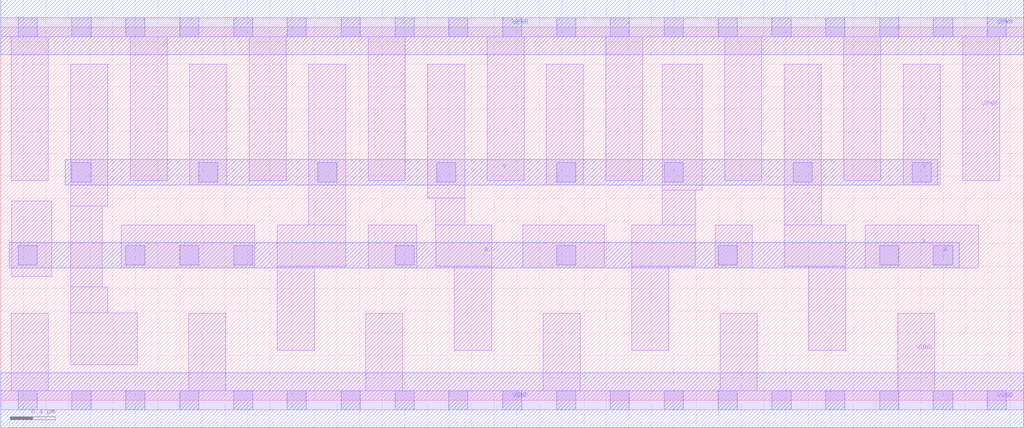
<source format=lef>
# Copyright 2020 The SkyWater PDK Authors
#
# Licensed under the Apache License, Version 2.0 (the "License");
# you may not use this file except in compliance with the License.
# You may obtain a copy of the License at
#
#     https://www.apache.org/licenses/LICENSE-2.0
#
# Unless required by applicable law or agreed to in writing, software
# distributed under the License is distributed on an "AS IS" BASIS,
# WITHOUT WARRANTIES OR CONDITIONS OF ANY KIND, either express or implied.
# See the License for the specific language governing permissions and
# limitations under the License.
#
# SPDX-License-Identifier: Apache-2.0

VERSION 5.7 ;
  NAMESCASESENSITIVE ON ;
  NOWIREEXTENSIONATPIN ON ;
  DIVIDERCHAR "/" ;
  BUSBITCHARS "[]" ;
UNITS
  DATABASE MICRONS 200 ;
END UNITS
MACRO sky130_fd_sc_lp__clkinvlp_16
  CLASS CORE ;
  SOURCE USER ;
  FOREIGN sky130_fd_sc_lp__clkinvlp_16 ;
  ORIGIN  0.000000  0.000000 ;
  SIZE  9.120000 BY  3.330000 ;
  SYMMETRY X Y R90 ;
  SITE unit ;
  PIN A
    ANTENNAGATEAREA  5.650000 ;
    DIRECTION INPUT ;
    USE SIGNAL ;
    PORT
      LAYER li1 ;
        RECT 0.100000 1.105000 0.455000 1.780000 ;
        RECT 1.075000 1.180000 2.265000 1.565000 ;
        RECT 3.275000 1.180000 3.710000 1.565000 ;
        RECT 4.655000 1.180000 5.380000 1.565000 ;
        RECT 6.370000 1.180000 6.700000 1.565000 ;
        RECT 7.705000 1.180000 8.715000 1.565000 ;
      LAYER mcon ;
        RECT 0.155000 1.210000 0.325000 1.380000 ;
        RECT 1.115000 1.210000 1.285000 1.380000 ;
        RECT 1.595000 1.210000 1.765000 1.380000 ;
        RECT 2.075000 1.210000 2.245000 1.380000 ;
        RECT 3.515000 1.210000 3.685000 1.380000 ;
        RECT 4.955000 1.210000 5.125000 1.380000 ;
        RECT 6.395000 1.210000 6.565000 1.380000 ;
        RECT 7.835000 1.210000 8.005000 1.380000 ;
        RECT 8.315000 1.210000 8.485000 1.380000 ;
      LAYER met1 ;
        RECT 0.075000 1.180000 8.545000 1.410000 ;
    END
  END A
  PIN Y
    ANTENNADIFFAREA  3.010000 ;
    DIRECTION OUTPUT ;
    USE SIGNAL ;
    PORT
      LAYER li1 ;
        RECT 0.625000 0.315000 1.215000 0.780000 ;
        RECT 0.625000 0.780000 0.955000 1.010000 ;
        RECT 0.625000 1.010000 0.905000 1.735000 ;
        RECT 0.625000 1.735000 0.955000 3.000000 ;
        RECT 1.685000 1.920000 2.015000 3.000000 ;
        RECT 2.465000 0.445000 2.795000 1.195000 ;
        RECT 2.465000 1.195000 3.075000 1.565000 ;
        RECT 2.745000 1.565000 3.075000 3.000000 ;
        RECT 3.805000 1.805000 4.135000 3.000000 ;
        RECT 3.880000 1.195000 4.375000 1.565000 ;
        RECT 3.880000 1.565000 4.135000 1.805000 ;
        RECT 4.045000 0.445000 4.375000 1.195000 ;
        RECT 4.865000 1.920000 5.195000 3.000000 ;
        RECT 5.625000 0.445000 5.955000 1.195000 ;
        RECT 5.625000 1.195000 6.190000 1.565000 ;
        RECT 5.895000 1.565000 6.190000 1.875000 ;
        RECT 5.895000 1.875000 6.255000 3.000000 ;
        RECT 6.985000 1.195000 7.535000 1.565000 ;
        RECT 6.985000 1.565000 7.315000 3.000000 ;
        RECT 7.205000 0.445000 7.535000 1.195000 ;
        RECT 8.045000 1.920000 8.375000 3.000000 ;
      LAYER mcon ;
        RECT 0.635000 1.950000 0.805000 2.120000 ;
        RECT 1.765000 1.950000 1.935000 2.120000 ;
        RECT 2.825000 1.950000 2.995000 2.120000 ;
        RECT 3.885000 1.950000 4.055000 2.120000 ;
        RECT 4.955000 1.950000 5.125000 2.120000 ;
        RECT 5.915000 1.950000 6.085000 2.120000 ;
        RECT 7.065000 1.950000 7.235000 2.120000 ;
        RECT 8.125000 1.950000 8.295000 2.120000 ;
      LAYER met1 ;
        RECT 0.575000 1.920000 8.355000 2.150000 ;
    END
  END Y
  PIN VGND
    DIRECTION INOUT ;
    USE GROUND ;
    PORT
      LAYER li1 ;
        RECT 0.000000 -0.085000 9.120000 0.085000 ;
        RECT 0.095000  0.085000 0.425000 0.775000 ;
        RECT 1.675000  0.085000 2.005000 0.775000 ;
        RECT 3.255000  0.085000 3.585000 0.775000 ;
        RECT 4.835000  0.085000 5.165000 0.775000 ;
        RECT 6.415000  0.085000 6.745000 0.775000 ;
        RECT 7.995000  0.085000 8.325000 0.775000 ;
      LAYER mcon ;
        RECT 0.155000 -0.085000 0.325000 0.085000 ;
        RECT 0.635000 -0.085000 0.805000 0.085000 ;
        RECT 1.115000 -0.085000 1.285000 0.085000 ;
        RECT 1.595000 -0.085000 1.765000 0.085000 ;
        RECT 2.075000 -0.085000 2.245000 0.085000 ;
        RECT 2.555000 -0.085000 2.725000 0.085000 ;
        RECT 3.035000 -0.085000 3.205000 0.085000 ;
        RECT 3.515000 -0.085000 3.685000 0.085000 ;
        RECT 3.995000 -0.085000 4.165000 0.085000 ;
        RECT 4.475000 -0.085000 4.645000 0.085000 ;
        RECT 4.955000 -0.085000 5.125000 0.085000 ;
        RECT 5.435000 -0.085000 5.605000 0.085000 ;
        RECT 5.915000 -0.085000 6.085000 0.085000 ;
        RECT 6.395000 -0.085000 6.565000 0.085000 ;
        RECT 6.875000 -0.085000 7.045000 0.085000 ;
        RECT 7.355000 -0.085000 7.525000 0.085000 ;
        RECT 7.835000 -0.085000 8.005000 0.085000 ;
        RECT 8.315000 -0.085000 8.485000 0.085000 ;
        RECT 8.795000 -0.085000 8.965000 0.085000 ;
      LAYER met1 ;
        RECT 0.000000 -0.245000 9.120000 0.245000 ;
    END
  END VGND
  PIN VPWR
    DIRECTION INOUT ;
    USE POWER ;
    PORT
      LAYER li1 ;
        RECT 0.000000 3.245000 9.120000 3.415000 ;
        RECT 0.095000 1.960000 0.425000 3.245000 ;
        RECT 1.155000 1.960000 1.485000 3.245000 ;
        RECT 2.215000 1.960000 2.545000 3.245000 ;
        RECT 3.275000 1.960000 3.605000 3.245000 ;
        RECT 4.335000 1.960000 4.665000 3.245000 ;
        RECT 5.395000 1.960000 5.725000 3.245000 ;
        RECT 6.455000 1.960000 6.785000 3.245000 ;
        RECT 7.515000 1.960000 7.845000 3.245000 ;
        RECT 8.575000 1.960000 8.905000 3.245000 ;
      LAYER mcon ;
        RECT 0.155000 3.245000 0.325000 3.415000 ;
        RECT 0.635000 3.245000 0.805000 3.415000 ;
        RECT 1.115000 3.245000 1.285000 3.415000 ;
        RECT 1.595000 3.245000 1.765000 3.415000 ;
        RECT 2.075000 3.245000 2.245000 3.415000 ;
        RECT 2.555000 3.245000 2.725000 3.415000 ;
        RECT 3.035000 3.245000 3.205000 3.415000 ;
        RECT 3.515000 3.245000 3.685000 3.415000 ;
        RECT 3.995000 3.245000 4.165000 3.415000 ;
        RECT 4.475000 3.245000 4.645000 3.415000 ;
        RECT 4.955000 3.245000 5.125000 3.415000 ;
        RECT 5.435000 3.245000 5.605000 3.415000 ;
        RECT 5.915000 3.245000 6.085000 3.415000 ;
        RECT 6.395000 3.245000 6.565000 3.415000 ;
        RECT 6.875000 3.245000 7.045000 3.415000 ;
        RECT 7.355000 3.245000 7.525000 3.415000 ;
        RECT 7.835000 3.245000 8.005000 3.415000 ;
        RECT 8.315000 3.245000 8.485000 3.415000 ;
        RECT 8.795000 3.245000 8.965000 3.415000 ;
      LAYER met1 ;
        RECT 0.000000 3.085000 9.120000 3.575000 ;
    END
  END VPWR
END sky130_fd_sc_lp__clkinvlp_16

</source>
